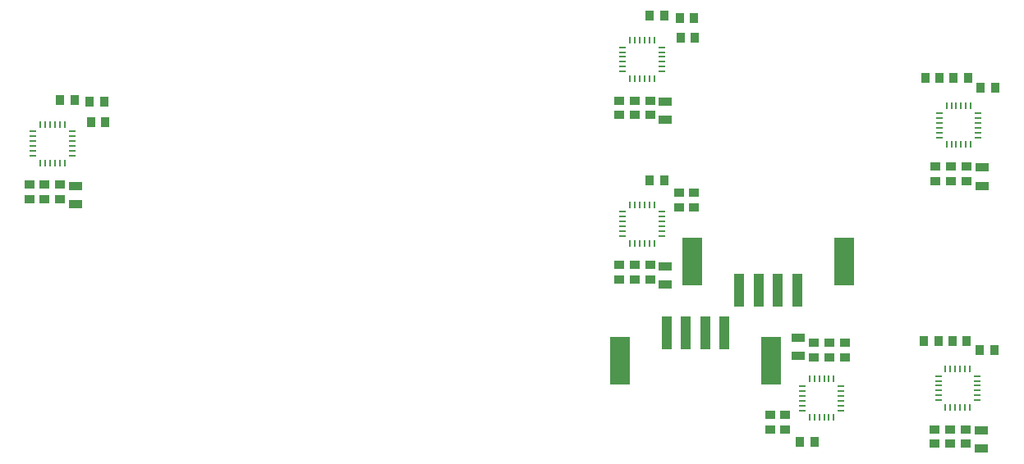
<source format=gtp>
G04 #@! TF.GenerationSoftware,KiCad,Pcbnew,5.1.9-73d0e3b20d~88~ubuntu18.04.1*
G04 #@! TF.CreationDate,2021-03-21T23:49:59-07:00*
G04 #@! TF.ProjectId,accelgyro_mpu6050_d2r2_4x4,61636365-6c67-4797-926f-5f6d70753630,rev?*
G04 #@! TF.SameCoordinates,Original*
G04 #@! TF.FileFunction,Paste,Top*
G04 #@! TF.FilePolarity,Positive*
%FSLAX46Y46*%
G04 Gerber Fmt 4.6, Leading zero omitted, Abs format (unit mm)*
G04 Created by KiCad (PCBNEW 5.1.9-73d0e3b20d~88~ubuntu18.04.1) date 2021-03-21 23:49:59*
%MOMM*%
%LPD*%
G01*
G04 APERTURE LIST*
%ADD10R,0.899160X1.000760*%
%ADD11R,1.397000X0.889000*%
%ADD12R,1.000760X0.899160*%
%ADD13O,0.800100X0.248920*%
%ADD14O,0.248920X0.800100*%
%ADD15R,1.120000X3.390000*%
%ADD16R,2.000000X5.000000*%
G04 APERTURE END LIST*
D10*
X123473160Y-69000000D03*
X124976840Y-69000000D03*
D11*
X126425000Y-78247500D03*
X126425000Y-80152500D03*
D10*
X127776840Y-70000000D03*
X126273160Y-70000000D03*
D12*
X123225000Y-79651840D03*
X123225000Y-78148160D03*
X124825000Y-79651840D03*
X124825000Y-78148160D03*
X121625000Y-79651840D03*
X121625000Y-78148160D03*
D10*
X120573160Y-69000000D03*
X122076840Y-69000000D03*
D13*
X122026020Y-72650320D03*
X122026020Y-73150700D03*
X122026020Y-73651080D03*
X122026020Y-74148920D03*
X122026020Y-74649300D03*
X122026020Y-75149680D03*
D14*
X122775320Y-75898980D03*
X123275700Y-75898980D03*
X123776080Y-75898980D03*
X124273920Y-75898980D03*
X124774300Y-75898980D03*
X125274680Y-75898980D03*
D13*
X126023980Y-75149680D03*
X126023980Y-74649300D03*
X126023980Y-74148920D03*
X126023980Y-73651080D03*
X126023980Y-73150700D03*
X126023980Y-72650320D03*
D14*
X125274680Y-71901020D03*
X124774300Y-71901020D03*
X124273920Y-71901020D03*
X123776080Y-71901020D03*
X123275700Y-71901020D03*
X122775320Y-71901020D03*
D15*
X103400000Y-90900000D03*
X105400000Y-90900000D03*
X107400000Y-90900000D03*
X101400000Y-90900000D03*
D16*
X112200000Y-88000000D03*
X96600000Y-88000000D03*
D12*
X90600000Y-88348160D03*
X90600000Y-89851840D03*
D10*
X92148160Y-79600000D03*
X93651840Y-79600000D03*
D12*
X89000000Y-88348160D03*
X89000000Y-89851840D03*
X95212000Y-82387840D03*
X95212000Y-80884160D03*
D11*
X93800000Y-90352500D03*
X93800000Y-88447500D03*
D12*
X92200000Y-88348160D03*
X92200000Y-89851840D03*
D14*
X90150320Y-82101020D03*
X90650700Y-82101020D03*
X91151080Y-82101020D03*
X91648920Y-82101020D03*
X92149300Y-82101020D03*
X92649680Y-82101020D03*
D13*
X93398980Y-82850320D03*
X93398980Y-83350700D03*
X93398980Y-83851080D03*
X93398980Y-84348920D03*
X93398980Y-84849300D03*
X93398980Y-85349680D03*
D14*
X92649680Y-86098980D03*
X92149300Y-86098980D03*
X91648920Y-86098980D03*
X91151080Y-86098980D03*
X90650700Y-86098980D03*
X90150320Y-86098980D03*
D13*
X89401020Y-85349680D03*
X89401020Y-84849300D03*
X89401020Y-84348920D03*
X89401020Y-83851080D03*
X89401020Y-83350700D03*
X89401020Y-82850320D03*
D12*
X96736000Y-80884160D03*
X96736000Y-82387840D03*
D13*
X28601020Y-74550320D03*
X28601020Y-75050700D03*
X28601020Y-75551080D03*
X28601020Y-76048920D03*
X28601020Y-76549300D03*
X28601020Y-77049680D03*
D14*
X29350320Y-77798980D03*
X29850700Y-77798980D03*
X30351080Y-77798980D03*
X30848920Y-77798980D03*
X31349300Y-77798980D03*
X31849680Y-77798980D03*
D13*
X32598980Y-77049680D03*
X32598980Y-76549300D03*
X32598980Y-76048920D03*
X32598980Y-75551080D03*
X32598980Y-75050700D03*
X32598980Y-74550320D03*
D14*
X31849680Y-73801020D03*
X31349300Y-73801020D03*
X30848920Y-73801020D03*
X30351080Y-73801020D03*
X29850700Y-73801020D03*
X29350320Y-73801020D03*
D12*
X29800000Y-81551840D03*
X29800000Y-80048160D03*
X28200000Y-81551840D03*
X28200000Y-80048160D03*
D11*
X33000000Y-80147500D03*
X33000000Y-82052500D03*
D10*
X35951840Y-71500000D03*
X34448160Y-71500000D03*
X32851840Y-71300000D03*
X31348160Y-71300000D03*
D12*
X31400000Y-81551840D03*
X31400000Y-80048160D03*
D10*
X34548160Y-73600000D03*
X36051840Y-73600000D03*
D12*
X92200000Y-71348160D03*
X92200000Y-72851840D03*
D14*
X90150320Y-65101020D03*
X90650700Y-65101020D03*
X91151080Y-65101020D03*
X91648920Y-65101020D03*
X92149300Y-65101020D03*
X92649680Y-65101020D03*
D13*
X93398980Y-65850320D03*
X93398980Y-66350700D03*
X93398980Y-66851080D03*
X93398980Y-67348920D03*
X93398980Y-67849300D03*
X93398980Y-68349680D03*
D14*
X92649680Y-69098980D03*
X92149300Y-69098980D03*
X91648920Y-69098980D03*
X91151080Y-69098980D03*
X90650700Y-69098980D03*
X90150320Y-69098980D03*
D13*
X89401020Y-68349680D03*
X89401020Y-67849300D03*
X89401020Y-67348920D03*
X89401020Y-66851080D03*
X89401020Y-66350700D03*
X89401020Y-65850320D03*
D12*
X90600000Y-71348160D03*
X90600000Y-72851840D03*
D10*
X95248160Y-62800000D03*
X96751840Y-62800000D03*
D12*
X89000000Y-71348160D03*
X89000000Y-72851840D03*
D11*
X93800000Y-73352500D03*
X93800000Y-71447500D03*
D10*
X96851840Y-64900000D03*
X95348160Y-64900000D03*
X92148160Y-62600000D03*
X93651840Y-62600000D03*
D12*
X112300000Y-96348160D03*
X112300000Y-97851840D03*
D10*
X107648160Y-106600000D03*
X109151840Y-106600000D03*
D12*
X110700000Y-96348160D03*
X110700000Y-97851840D03*
X109100000Y-96348160D03*
X109100000Y-97851840D03*
D13*
X111898980Y-103349680D03*
X111898980Y-102849300D03*
X111898980Y-102348920D03*
X111898980Y-101851080D03*
X111898980Y-101350700D03*
X111898980Y-100850320D03*
D14*
X111149680Y-100101020D03*
X110649300Y-100101020D03*
X110148920Y-100101020D03*
X109651080Y-100101020D03*
X109150700Y-100101020D03*
X108650320Y-100101020D03*
D13*
X107901020Y-100850320D03*
X107901020Y-101350700D03*
X107901020Y-101851080D03*
X107901020Y-102348920D03*
X107901020Y-102849300D03*
X107901020Y-103349680D03*
D14*
X108650320Y-104098980D03*
X109150700Y-104098980D03*
X109651080Y-104098980D03*
X110148920Y-104098980D03*
X110649300Y-104098980D03*
X111149680Y-104098980D03*
D11*
X107500000Y-97752500D03*
X107500000Y-95847500D03*
D16*
X104700000Y-98200000D03*
X89100000Y-98200000D03*
D15*
X99900000Y-95300000D03*
X93900000Y-95300000D03*
X95900000Y-95300000D03*
X97900000Y-95300000D03*
D12*
X106088000Y-105315840D03*
X106088000Y-103812160D03*
X104564000Y-103812160D03*
X104564000Y-105315840D03*
X124725000Y-105298160D03*
X124725000Y-106801840D03*
D14*
X122675320Y-99051020D03*
X123175700Y-99051020D03*
X123676080Y-99051020D03*
X124173920Y-99051020D03*
X124674300Y-99051020D03*
X125174680Y-99051020D03*
D13*
X125923980Y-99800320D03*
X125923980Y-100300700D03*
X125923980Y-100801080D03*
X125923980Y-101298920D03*
X125923980Y-101799300D03*
X125923980Y-102299680D03*
D14*
X125174680Y-103048980D03*
X124674300Y-103048980D03*
X124173920Y-103048980D03*
X123676080Y-103048980D03*
X123175700Y-103048980D03*
X122675320Y-103048980D03*
D13*
X121926020Y-102299680D03*
X121926020Y-101799300D03*
X121926020Y-101298920D03*
X121926020Y-100801080D03*
X121926020Y-100300700D03*
X121926020Y-99800320D03*
D12*
X123125000Y-105298160D03*
X123125000Y-106801840D03*
D10*
X121976840Y-96150000D03*
X120473160Y-96150000D03*
D12*
X121525000Y-105298160D03*
X121525000Y-106801840D03*
D11*
X126325000Y-107302500D03*
X126325000Y-105397500D03*
D10*
X124876840Y-96150000D03*
X123373160Y-96150000D03*
X126173160Y-97150000D03*
X127676840Y-97150000D03*
M02*

</source>
